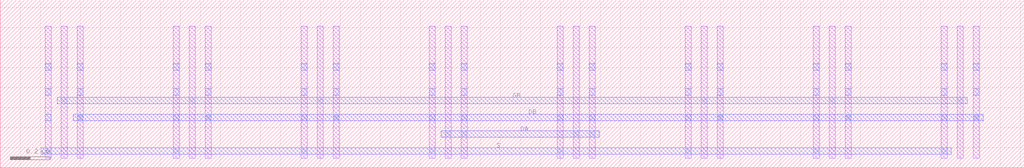
<source format=lef>
MACRO CMFB_NMOS_n12_X3_Y1
  ORIGIN 0 0 ;
  FOREIGN CMFB_NMOS_n12_X3_Y1 0 0 ;
  SIZE 5.1200 BY 0.8400 ;
  PIN S
    DIRECTION INOUT ;
    USE SIGNAL ;
    PORT
      LAYER M2 ;
        RECT 0.2040 0.0680 4.7560 0.1000 ;
    END
  END S
  PIN DA
    DIRECTION INOUT ;
    USE SIGNAL ;
    PORT
      LAYER M2 ;
        RECT 2.2040 0.1520 2.9960 0.1840 ;
    END
  END DA
  PIN DB
    DIRECTION INOUT ;
    USE SIGNAL ;
    PORT
      LAYER M2 ;
        RECT 0.3640 0.2360 4.9160 0.2680 ;
    END
  END DB
  PIN GB
    DIRECTION INOUT ;
    USE SIGNAL ;
    PORT
      LAYER M2 ;
        RECT 0.2840 0.3200 4.8360 0.3520 ;
    END
  END GB
  OBS
    LAYER M1 ;
      RECT 2.2240 0.0480 2.2560 0.7080 ;
    LAYER M1 ;
      RECT 2.8640 0.0480 2.8960 0.7080 ;
    LAYER M1 ;
      RECT 0.3040 0.0480 0.3360 0.7080 ;
    LAYER M1 ;
      RECT 0.9440 0.0480 0.9760 0.7080 ;
    LAYER M1 ;
      RECT 1.5840 0.0480 1.6160 0.7080 ;
    LAYER M1 ;
      RECT 3.5040 0.0480 3.5360 0.7080 ;
    LAYER M1 ;
      RECT 4.1440 0.0480 4.1760 0.7080 ;
    LAYER M1 ;
      RECT 4.7840 0.0480 4.8160 0.7080 ;
    LAYER M1 ;
      RECT 2.1440 0.0480 2.1760 0.7080 ;
    LAYER M1 ;
      RECT 2.7840 0.0480 2.8160 0.7080 ;
    LAYER M1 ;
      RECT 0.2240 0.0480 0.2560 0.7080 ;
    LAYER M1 ;
      RECT 0.8640 0.0480 0.8960 0.7080 ;
    LAYER M1 ;
      RECT 1.5040 0.0480 1.5360 0.7080 ;
    LAYER M1 ;
      RECT 3.4240 0.0480 3.4560 0.7080 ;
    LAYER M1 ;
      RECT 4.0640 0.0480 4.0960 0.7080 ;
    LAYER M1 ;
      RECT 4.7040 0.0480 4.7360 0.7080 ;
    LAYER M1 ;
      RECT 2.3040 0.0480 2.3360 0.7080 ;
    LAYER M1 ;
      RECT 2.9440 0.0480 2.9760 0.7080 ;
    LAYER M1 ;
      RECT 0.3840 0.0480 0.4160 0.7080 ;
    LAYER M1 ;
      RECT 1.0240 0.0480 1.0560 0.7080 ;
    LAYER M1 ;
      RECT 1.6640 0.0480 1.6960 0.7080 ;
    LAYER M1 ;
      RECT 3.5840 0.0480 3.6160 0.7080 ;
    LAYER M1 ;
      RECT 4.2240 0.0480 4.2560 0.7080 ;
    LAYER M1 ;
      RECT 4.8640 0.0480 4.8960 0.7080 ;
    LAYER V1 ;
      RECT 2.1440 0.0680 2.1760 0.1000 ;
    LAYER V1 ;
      RECT 2.7840 0.0680 2.8160 0.1000 ;
    LAYER V1 ;
      RECT 0.2240 0.0680 0.2560 0.1000 ;
    LAYER V1 ;
      RECT 0.8640 0.0680 0.8960 0.1000 ;
    LAYER V1 ;
      RECT 1.5040 0.0680 1.5360 0.1000 ;
    LAYER V1 ;
      RECT 3.4240 0.0680 3.4560 0.1000 ;
    LAYER V1 ;
      RECT 4.0640 0.0680 4.0960 0.1000 ;
    LAYER V1 ;
      RECT 4.7040 0.0680 4.7360 0.1000 ;
    LAYER V1 ;
      RECT 2.3040 0.1520 2.3360 0.1840 ;
    LAYER V1 ;
      RECT 2.9440 0.1520 2.9760 0.1840 ;
    LAYER V1 ;
      RECT 2.2240 0.1520 2.2560 0.1840 ;
    LAYER V1 ;
      RECT 2.8640 0.1520 2.8960 0.1840 ;
    LAYER V1 ;
      RECT 0.3840 0.2360 0.4160 0.2680 ;
    LAYER V1 ;
      RECT 1.0240 0.2360 1.0560 0.2680 ;
    LAYER V1 ;
      RECT 1.6640 0.2360 1.6960 0.2680 ;
    LAYER V1 ;
      RECT 3.5840 0.2360 3.6160 0.2680 ;
    LAYER V1 ;
      RECT 4.2240 0.2360 4.2560 0.2680 ;
    LAYER V1 ;
      RECT 4.8640 0.2360 4.8960 0.2680 ;
    LAYER V1 ;
      RECT 0.3040 0.3200 0.3360 0.3520 ;
    LAYER V1 ;
      RECT 0.9440 0.3200 0.9760 0.3520 ;
    LAYER V1 ;
      RECT 1.5840 0.3200 1.6160 0.3520 ;
    LAYER V1 ;
      RECT 3.5040 0.3200 3.5360 0.3520 ;
    LAYER V1 ;
      RECT 4.1440 0.3200 4.1760 0.3520 ;
    LAYER V1 ;
      RECT 4.7840 0.3200 4.8160 0.3520 ;
    LAYER V0 ;
      RECT 2.1440 0.2360 2.1760 0.2680 ;
    LAYER V0 ;
      RECT 2.1440 0.3620 2.1760 0.3940 ;
    LAYER V0 ;
      RECT 2.1440 0.4880 2.1760 0.5200 ;
    LAYER V0 ;
      RECT 2.7840 0.2360 2.8160 0.2680 ;
    LAYER V0 ;
      RECT 2.7840 0.3620 2.8160 0.3940 ;
    LAYER V0 ;
      RECT 2.7840 0.4880 2.8160 0.5200 ;
    LAYER V0 ;
      RECT 0.2240 0.2360 0.2560 0.2680 ;
    LAYER V0 ;
      RECT 0.2240 0.3620 0.2560 0.3940 ;
    LAYER V0 ;
      RECT 0.2240 0.4880 0.2560 0.5200 ;
    LAYER V0 ;
      RECT 0.8640 0.2360 0.8960 0.2680 ;
    LAYER V0 ;
      RECT 0.8640 0.3620 0.8960 0.3940 ;
    LAYER V0 ;
      RECT 0.8640 0.4880 0.8960 0.5200 ;
    LAYER V0 ;
      RECT 1.5040 0.2360 1.5360 0.2680 ;
    LAYER V0 ;
      RECT 1.5040 0.3620 1.5360 0.3940 ;
    LAYER V0 ;
      RECT 1.5040 0.4880 1.5360 0.5200 ;
    LAYER V0 ;
      RECT 3.4240 0.2360 3.4560 0.2680 ;
    LAYER V0 ;
      RECT 3.4240 0.3620 3.4560 0.3940 ;
    LAYER V0 ;
      RECT 3.4240 0.4880 3.4560 0.5200 ;
    LAYER V0 ;
      RECT 4.0640 0.2360 4.0960 0.2680 ;
    LAYER V0 ;
      RECT 4.0640 0.3620 4.0960 0.3940 ;
    LAYER V0 ;
      RECT 4.0640 0.4880 4.0960 0.5200 ;
    LAYER V0 ;
      RECT 4.7040 0.2360 4.7360 0.2680 ;
    LAYER V0 ;
      RECT 4.7040 0.3620 4.7360 0.3940 ;
    LAYER V0 ;
      RECT 4.7040 0.4880 4.7360 0.5200 ;
    LAYER V0 ;
      RECT 2.3040 0.2360 2.3360 0.2680 ;
    LAYER V0 ;
      RECT 2.3040 0.3620 2.3360 0.3940 ;
    LAYER V0 ;
      RECT 2.3040 0.4880 2.3360 0.5200 ;
    LAYER V0 ;
      RECT 2.9440 0.2360 2.9760 0.2680 ;
    LAYER V0 ;
      RECT 2.9440 0.3620 2.9760 0.3940 ;
    LAYER V0 ;
      RECT 2.9440 0.4880 2.9760 0.5200 ;
    LAYER V0 ;
      RECT 0.3840 0.2360 0.4160 0.2680 ;
    LAYER V0 ;
      RECT 0.3840 0.3620 0.4160 0.3940 ;
    LAYER V0 ;
      RECT 0.3840 0.4880 0.4160 0.5200 ;
    LAYER V0 ;
      RECT 1.0240 0.2360 1.0560 0.2680 ;
    LAYER V0 ;
      RECT 1.0240 0.3620 1.0560 0.3940 ;
    LAYER V0 ;
      RECT 1.0240 0.4880 1.0560 0.5200 ;
    LAYER V0 ;
      RECT 1.6640 0.2360 1.6960 0.2680 ;
    LAYER V0 ;
      RECT 1.6640 0.3620 1.6960 0.3940 ;
    LAYER V0 ;
      RECT 1.6640 0.4880 1.6960 0.5200 ;
    LAYER V0 ;
      RECT 3.5840 0.2360 3.6160 0.2680 ;
    LAYER V0 ;
      RECT 3.5840 0.3620 3.6160 0.3940 ;
    LAYER V0 ;
      RECT 3.5840 0.4880 3.6160 0.5200 ;
    LAYER V0 ;
      RECT 4.2240 0.2360 4.2560 0.2680 ;
    LAYER V0 ;
      RECT 4.2240 0.3620 4.2560 0.3940 ;
    LAYER V0 ;
      RECT 4.2240 0.4880 4.2560 0.5200 ;
    LAYER V0 ;
      RECT 4.8640 0.2360 4.8960 0.2680 ;
    LAYER V0 ;
      RECT 4.8640 0.3620 4.8960 0.3940 ;
    LAYER V0 ;
      RECT 4.8640 0.4880 4.8960 0.5200 ;
  END
END CMFB_NMOS_n12_X3_Y1

</source>
